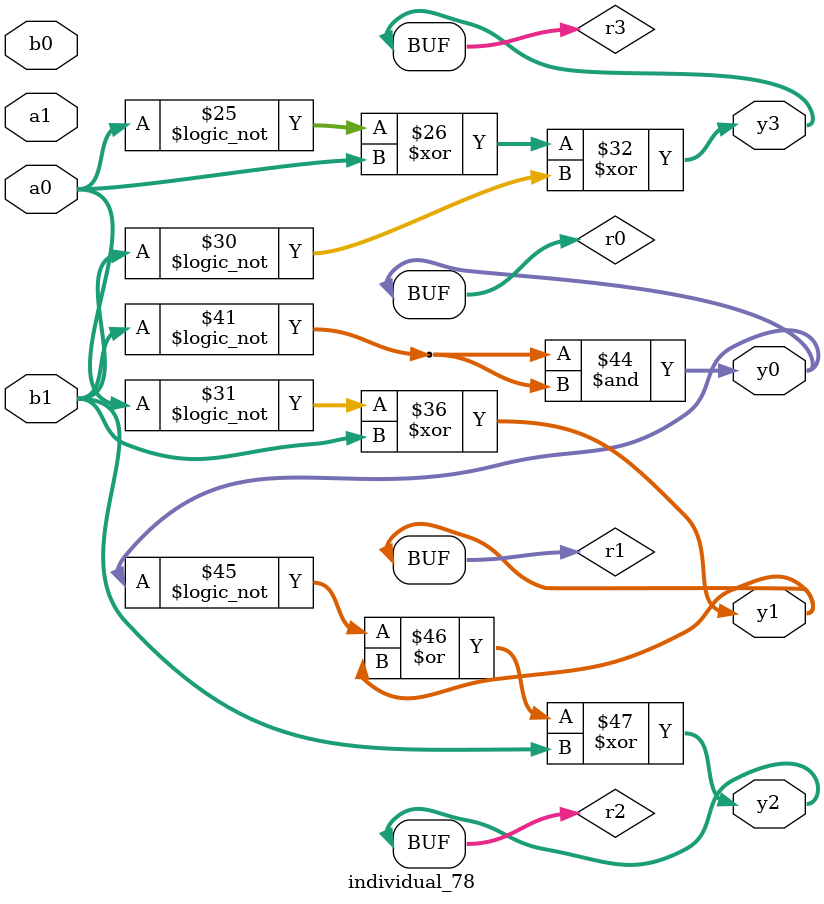
<source format=sv>
module individual_78(input logic [15:0] a1, input logic [15:0] a0, input logic [15:0] b1, input logic [15:0] b0, output logic [15:0] y3, output logic [15:0] y2, output logic [15:0] y1, output logic [15:0] y0);
logic [15:0] r0, r1, r2, r3; 
 always@(*) begin 
	 r0 = a0; r1 = a1; r2 = b0; r3 = b1; 
 	 r0 = ! b1 ;
 	 r1  |=  r2 ;
 	 r1  |=  b0 ;
 	 r2 = ! r1 ;
 	 r0  &=  r0 ;
 	 r0  ^=  a0 ;
 	 r1  &=  a1 ;
 	 r1  ^=  r1 ;
 	 r3  |=  a0 ;
 	 r3  &=  b0 ;
 	 r3  ^=  r2 ;
 	 r0  &=  a0 ;
 	 r1 = ! r1 ;
 	 r2  ^=  r1 ;
 	 r3  ^=  a1 ;
 	 r0  ^=  r2 ;
 	 r3  |=  r1 ;
 	 r2  ^=  r1 ;
 	 r2  &=  b1 ;
 	 r2 = ! b0 ;
 	 r1  ^=  a1 ;
 	 r2 = ! r3 ;
 	 r3  ^=  r2 ;
 	 r3 = ! a0 ;
 	 r3  ^=  a0 ;
 	 r2 = ! a1 ;
 	 r0 = ! a1 ;
 	 r1  ^=  b0 ;
 	 r2 = ! b1 ;
 	 r1 = ! a0 ;
 	 r3  ^=  r2 ;
 	 r0  &=  b1 ;
 	 r0 = ! a1 ;
 	 r2 = ! r2 ;
 	 r1  ^=  b1 ;
 	 r0 = ! r2 ;
 	 r2  ^=  a1 ;
 	 r0  &=  a0 ;
 	 r2  |=  r0 ;
 	 r0 = ! b1 ;
 	 r2 = ! r0 ;
 	 r2  ^=  a0 ;
 	 r0  &=  r0 ;
 	 r2 = ! r0 ;
 	 r2  |=  r1 ;
 	 r2  ^=  b1 ;
 	 y3 = r3; y2 = r2; y1 = r1; y0 = r0; 
end
endmodule
</source>
